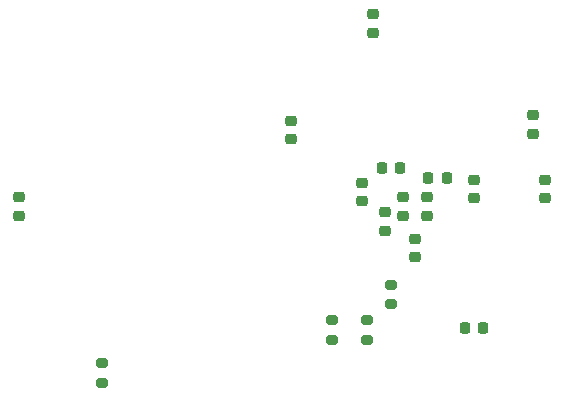
<source format=gbr>
%TF.GenerationSoftware,KiCad,Pcbnew,9.0.5*%
%TF.CreationDate,2025-12-06T10:01:17-08:00*%
%TF.ProjectId,project_byte_hamr,70726f6a-6563-4745-9f62-7974655f6861,rev?*%
%TF.SameCoordinates,Original*%
%TF.FileFunction,Paste,Bot*%
%TF.FilePolarity,Positive*%
%FSLAX46Y46*%
G04 Gerber Fmt 4.6, Leading zero omitted, Abs format (unit mm)*
G04 Created by KiCad (PCBNEW 9.0.5) date 2025-12-06 10:01:17*
%MOMM*%
%LPD*%
G01*
G04 APERTURE LIST*
G04 Aperture macros list*
%AMRoundRect*
0 Rectangle with rounded corners*
0 $1 Rounding radius*
0 $2 $3 $4 $5 $6 $7 $8 $9 X,Y pos of 4 corners*
0 Add a 4 corners polygon primitive as box body*
4,1,4,$2,$3,$4,$5,$6,$7,$8,$9,$2,$3,0*
0 Add four circle primitives for the rounded corners*
1,1,$1+$1,$2,$3*
1,1,$1+$1,$4,$5*
1,1,$1+$1,$6,$7*
1,1,$1+$1,$8,$9*
0 Add four rect primitives between the rounded corners*
20,1,$1+$1,$2,$3,$4,$5,0*
20,1,$1+$1,$4,$5,$6,$7,0*
20,1,$1+$1,$6,$7,$8,$9,0*
20,1,$1+$1,$8,$9,$2,$3,0*%
G04 Aperture macros list end*
%ADD10RoundRect,0.225000X0.250000X-0.225000X0.250000X0.225000X-0.250000X0.225000X-0.250000X-0.225000X0*%
%ADD11RoundRect,0.225000X-0.250000X0.225000X-0.250000X-0.225000X0.250000X-0.225000X0.250000X0.225000X0*%
%ADD12RoundRect,0.200000X0.275000X-0.200000X0.275000X0.200000X-0.275000X0.200000X-0.275000X-0.200000X0*%
%ADD13RoundRect,0.225000X-0.225000X-0.250000X0.225000X-0.250000X0.225000X0.250000X-0.225000X0.250000X0*%
%ADD14RoundRect,0.225000X0.225000X0.250000X-0.225000X0.250000X-0.225000X-0.250000X0.225000X-0.250000X0*%
G04 APERTURE END LIST*
D10*
%TO.C,C25*%
X89000000Y-101000000D03*
X89000000Y-99450000D03*
%TD*%
D11*
%TO.C,C33*%
X100000000Y-94450000D03*
X100000000Y-96000000D03*
%TD*%
D12*
%TO.C,R31*%
X85000000Y-108000000D03*
X85000000Y-106350000D03*
%TD*%
D11*
%TO.C,C27*%
X90000000Y-95950000D03*
X90000000Y-97500000D03*
%TD*%
D13*
%TO.C,C51*%
X93225000Y-107000000D03*
X94775000Y-107000000D03*
%TD*%
D12*
%TO.C,R32*%
X82000000Y-108000000D03*
X82000000Y-106350000D03*
%TD*%
D10*
%TO.C,C50*%
X99000000Y-90550000D03*
X99000000Y-89000000D03*
%TD*%
D14*
%TO.C,C31*%
X87775000Y-93500000D03*
X86225000Y-93500000D03*
%TD*%
D11*
%TO.C,C28*%
X88000000Y-95950000D03*
X88000000Y-97500000D03*
%TD*%
D12*
%TO.C,R27*%
X62500000Y-111650000D03*
X62500000Y-110000000D03*
%TD*%
D11*
%TO.C,C30*%
X94000000Y-94450000D03*
X94000000Y-96000000D03*
%TD*%
D13*
%TO.C,C53*%
X90150070Y-94349930D03*
X91700070Y-94349930D03*
%TD*%
D11*
%TO.C,C29*%
X84500000Y-94725000D03*
X84500000Y-96275000D03*
%TD*%
%TO.C,C52*%
X85500000Y-80450000D03*
X85500000Y-82000000D03*
%TD*%
%TO.C,C49*%
X78500000Y-89500000D03*
X78500000Y-91050000D03*
%TD*%
D10*
%TO.C,C35*%
X55500000Y-97500000D03*
X55500000Y-95950000D03*
%TD*%
D11*
%TO.C,C26*%
X86500000Y-97225000D03*
X86500000Y-98775000D03*
%TD*%
D12*
%TO.C,R33*%
X87000000Y-105000000D03*
X87000000Y-103350000D03*
%TD*%
M02*

</source>
